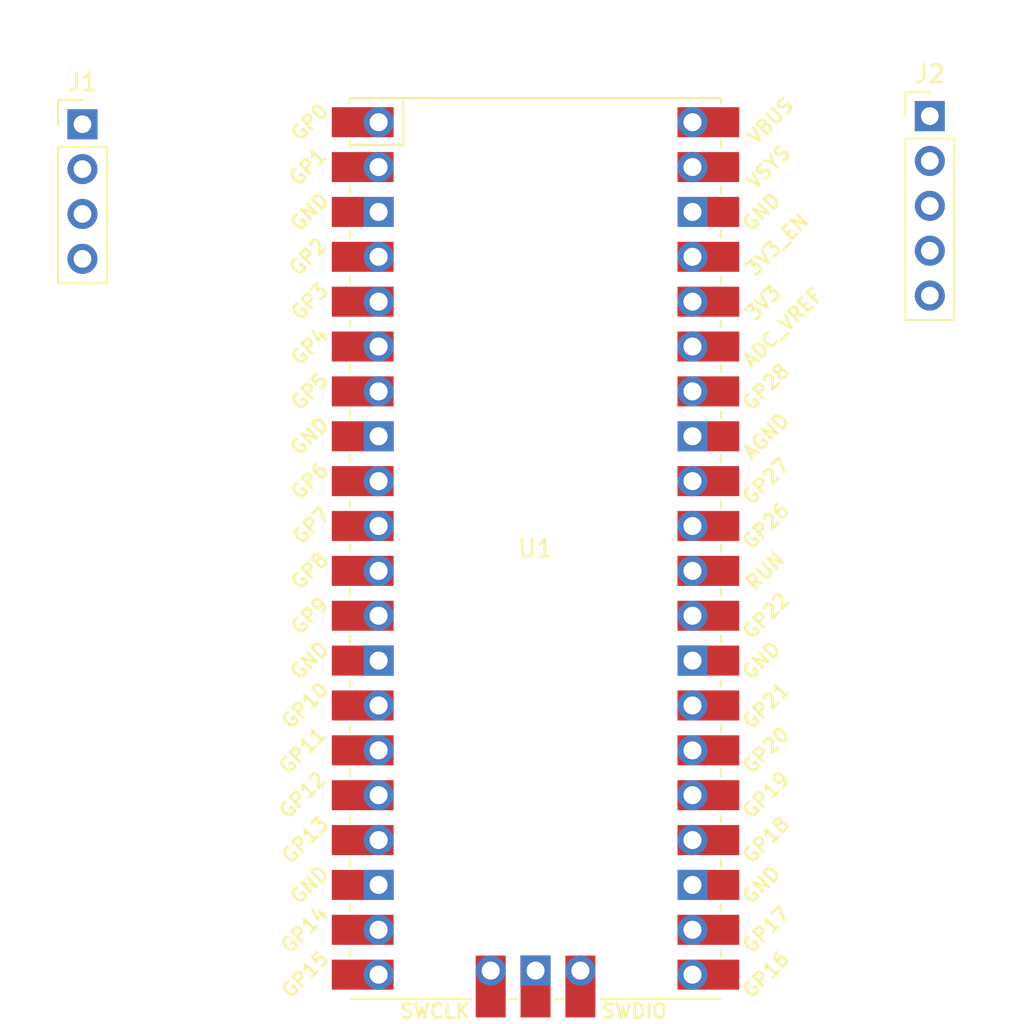
<source format=kicad_pcb>
(kicad_pcb (version 20241229) (generator "pcbnew") (generator_version "9.0")
  (layers (0 "F.Cu" signal) (2 "B.Cu" signal) (13 "F.Paste" user) (15 "B.Paste" user) (5 "F.SilkS" user "F.Silkscreen") (7 "B.SilkS" user "B.Silkscreen") (1 "F.Mask" user) (3 "B.Mask" user) (25 "Edge.Cuts" user))
  (net 0 "")
  (net 1 "+3V3")
  (net 2 "Net-(J1-Pin_4)")
  (net 3 "Net-(J1-Pin_3)")
  (net 4 "Net-(J2-Pin_3)")
  (net 5 "Net-(J2-Pin_4)")
  (net 6 "Net-(J2-Pin_5)")
  (net 29 "GND")
  (footprint "Connector_PinHeader_2.54mm:PinHeader_1x05_P2.54mm_Vertical" (layer "F.Cu") (at 968 140.42)
    (property "Reference" "J2" (at 0 -2.38 0) (layer "F.SilkS"))
    (property "Value" "Conn_01x05")
    (fp_line (start -1.38 -1.38) (end 0 -1.38) (stroke (width 0.12)) (layer "F.SilkS"))
    (fp_line (start -1.38 0) (end -1.38 -1.38) (stroke (width 0.12)) (layer "F.SilkS"))
    (fp_line (start -1.38 1.27) (end -1.38 11.54) (stroke (width 0.12)) (layer "F.SilkS"))
    (fp_line (start -1.38 1.27) (end 1.38 1.27) (stroke (width 0.12)) (layer "F.SilkS"))
    (fp_line (start -1.38 11.54) (end 1.38 11.54) (stroke (width 0.12)) (layer "F.SilkS"))
    (fp_line (start 1.38 1.27) (end 1.38 11.54) (stroke (width 0.12)) (layer "F.SilkS"))
    (pad "1" thru_hole rect (at 0 0) (size 1.7 1.7) (drill 1) (layers "*.Cu" "*.Mask") (net 1 "+3V3"))
    (pad "2" thru_hole circle (at 0 2.54) (size 1.7 1.7) (drill 1) (layers "*.Cu" "*.Mask") (net 1 "+3V3"))
    (pad "3" thru_hole circle (at 0 5.08) (size 1.7 1.7) (drill 1) (layers "*.Cu" "*.Mask") (net 4 "Net-(J2-Pin_3)"))
    (pad "4" thru_hole circle (at 0 7.62) (size 1.7 1.7) (drill 1) (layers "*.Cu" "*.Mask") (net 5 "Net-(J2-Pin_4)"))
    (pad "5" thru_hole circle (at 0 10.16) (size 1.7 1.7) (drill 1) (layers "*.Cu" "*.Mask") (net 6 "Net-(J2-Pin_5)"))
  )
  (footprint "MCU_RaspberryPi_and_Boards:RPi_Pico_SMD_TH" (layer "F.Cu") (at 945.665 164.895)
    (property "Reference" "U1" (at 0 0 0) (layer "F.SilkS"))
    (property "Value" "Pico")
    (fp_line (start -10.5 -25.5) (end -10.5 -25.2) (stroke (width 0.12)) (layer "F.SilkS"))
    (fp_line (start -10.5 -25.5) (end 10.5 -25.5) (stroke (width 0.12)) (layer "F.SilkS"))
    (fp_line (start -10.5 -23.1) (end -10.5 -22.7) (stroke (width 0.12)) (layer "F.SilkS"))
    (fp_line (start -10.5 -22.833) (end -7.493 -22.833) (stroke (width 0.12)) (layer "F.SilkS"))
    (fp_line (start -10.5 -20.5) (end -10.5 -20.1) (stroke (width 0.12)) (layer "F.SilkS"))
    (fp_line (start -10.5 -18) (end -10.5 -17.6) (stroke (width 0.12)) (layer "F.SilkS"))
    (fp_line (start -10.5 -15.4) (end -10.5 -15) (stroke (width 0.12)) (layer "F.SilkS"))
    (fp_line (start -10.5 -12.9) (end -10.5 -12.5) (stroke (width 0.12)) (layer "F.SilkS"))
    (fp_line (start -10.5 -10.4) (end -10.5 -10) (stroke (width 0.12)) (layer "F.SilkS"))
    (fp_line (start -10.5 -7.8) (end -10.5 -7.4) (stroke (width 0.12)) (layer "F.SilkS"))
    (fp_line (start -10.5 -5.3) (end -10.5 -4.9) (stroke (width 0.12)) (layer "F.SilkS"))
    (fp_line (start -10.5 -2.7) (end -10.5 -2.3) (stroke (width 0.12)) (layer "F.SilkS"))
    (fp_line (start -10.5 -0.2) (end -10.5 0.2) (stroke (width 0.12)) (layer "F.SilkS"))
    (fp_line (start -10.5 2.3) (end -10.5 2.7) (stroke (width 0.12)) (layer "F.SilkS"))
    (fp_line (start -10.5 4.9) (end -10.5 5.3) (stroke (width 0.12)) (layer "F.SilkS"))
    (fp_line (start -10.5 7.4) (end -10.5 7.8) (stroke (width 0.12)) (layer "F.SilkS"))
    (fp_line (start -10.5 10) (end -10.5 10.4) (stroke (width 0.12)) (layer "F.SilkS"))
    (fp_line (start -10.5 12.5) (end -10.5 12.9) (stroke (width 0.12)) (layer "F.SilkS"))
    (fp_line (start -10.5 15.1) (end -10.5 15.5) (stroke (width 0.12)) (layer "F.SilkS"))
    (fp_line (start -10.5 17.6) (end -10.5 18) (stroke (width 0.12)) (layer "F.SilkS"))
    (fp_line (start -10.5 20.1) (end -10.5 20.5) (stroke (width 0.12)) (layer "F.SilkS"))
    (fp_line (start -10.5 22.7) (end -10.5 23.1) (stroke (width 0.12)) (layer "F.SilkS"))
    (fp_line (start -7.493 -22.833) (end -7.493 -25.5) (stroke (width 0.12)) (layer "F.SilkS"))
    (fp_line (start -3.7 25.5) (end -10.5 25.5) (stroke (width 0.12)) (layer "F.SilkS"))
    (fp_line (start -1.5 25.5) (end -1.1 25.5) (stroke (width 0.12)) (layer "F.SilkS"))
    (fp_line (start 1.1 25.5) (end 1.5 25.5) (stroke (width 0.12)) (layer "F.SilkS"))
    (fp_line (start 10.5 -25.5) (end 10.5 -25.2) (stroke (width 0.12)) (layer "F.SilkS"))
    (fp_line (start 10.5 -23.1) (end 10.5 -22.7) (stroke (width 0.12)) (layer "F.SilkS"))
    (fp_line (start 10.5 -20.5) (end 10.5 -20.1) (stroke (width 0.12)) (layer "F.SilkS"))
    (fp_line (start 10.5 -18) (end 10.5 -17.6) (stroke (width 0.12)) (layer "F.SilkS"))
    (fp_line (start 10.5 -15.4) (end 10.5 -15) (stroke (width 0.12)) (layer "F.SilkS"))
    (fp_line (start 10.5 -12.9) (end 10.5 -12.5) (stroke (width 0.12)) (layer "F.SilkS"))
    (fp_line (start 10.5 -10.4) (end 10.5 -10) (stroke (width 0.12)) (layer "F.SilkS"))
    (fp_line (start 10.5 -7.8) (end 10.5 -7.4) (stroke (width 0.12)) (layer "F.SilkS"))
    (fp_line (start 10.5 -5.3) (end 10.5 -4.9) (stroke (width 0.12)) (layer "F.SilkS"))
    (fp_line (start 10.5 -2.7) (end 10.5 -2.3) (stroke (width 0.12)) (layer "F.SilkS"))
    (fp_line (start 10.5 -0.2) (end 10.5 0.2) (stroke (width 0.12)) (layer "F.SilkS"))
    (fp_line (start 10.5 2.3) (end 10.5 2.7) (stroke (width 0.12)) (layer "F.SilkS"))
    (fp_line (start 10.5 4.9) (end 10.5 5.3) (stroke (width 0.12)) (layer "F.SilkS"))
    (fp_line (start 10.5 7.4) (end 10.5 7.8) (stroke (width 0.12)) (layer "F.SilkS"))
    (fp_line (start 10.5 10) (end 10.5 10.4) (stroke (width 0.12)) (layer "F.SilkS"))
    (fp_line (start 10.5 12.5) (end 10.5 12.9) (stroke (width 0.12)) (layer "F.SilkS"))
    (fp_line (start 10.5 15.1) (end 10.5 15.5) (stroke (width 0.12)) (layer "F.SilkS"))
    (fp_line (start 10.5 17.6) (end 10.5 18) (stroke (width 0.12)) (layer "F.SilkS"))
    (fp_line (start 10.5 20.1) (end 10.5 20.5) (stroke (width 0.12)) (layer "F.SilkS"))
    (fp_line (start 10.5 22.7) (end 10.5 23.1) (stroke (width 0.12)) (layer "F.SilkS"))
    (fp_line (start 10.5 25.5) (end 3.7 25.5) (stroke (width 0.12)) (layer "F.SilkS"))
    (fp_text user "GP1" (at -12.9 -21.6 45) (layer "F.SilkS") (effects (font (size 0.8 0.8))))
    (fp_text user "GP22" (at 13.054 3.81 45) (layer "F.SilkS") (effects (font (size 0.8 0.8))))
    (fp_text user "GP5" (at -12.8 -8.89 45) (layer "F.SilkS") (effects (font (size 0.8 0.8))))
    (fp_text user "GP11" (at -13.2 11.43 45) (layer "F.SilkS") (effects (font (size 0.8 0.8))))
    (fp_text user "GND" (at -12.8 -6.35 45) (layer "F.SilkS") (effects (font (size 0.8 0.8))))
    (fp_text user "RUN" (at 13 1.27 45) (layer "F.SilkS") (effects (font (size 0.8 0.8))))
    (fp_text user "SWDIO" (at 5.6 26.2 0) (layer "F.SilkS") (effects (font (size 0.8 0.8))))
    (fp_text user "GND" (at -12.8 6.35 45) (layer "F.SilkS") (effects (font (size 0.8 0.8))))
    (fp_text user "GND" (at 12.8 -19.05 45) (layer "F.SilkS") (effects (font (size 0.8 0.8))))
    (fp_text user "GP9" (at -12.8 3.81 45) (layer "F.SilkS") (effects (font (size 0.8 0.8))))
    (fp_text user "GP15" (at -13.054 24.13 45) (layer "F.SilkS") (effects (font (size 0.8 0.8))))
    (fp_text user "GP6" (at -12.8 -3.81 45) (layer "F.SilkS") (effects (font (size 0.8 0.8))))
    (fp_text user "GP3" (at -12.8 -13.97 45) (layer "F.SilkS") (effects (font (size 0.8 0.8))))
    (fp_text user "GP21" (at 13.054 8.9 45) (layer "F.SilkS") (effects (font (size 0.8 0.8))))
    (fp_text user "GP19" (at 13.054 13.97 45) (layer "F.SilkS") (effects (font (size 0.8 0.8))))
    (fp_text user "GP27" (at 13.054 -3.8 45) (layer "F.SilkS") (effects (font (size 0.8 0.8))))
    (fp_text user "3V3_EN" (at 13.7 -17.2 45) (layer "F.SilkS") (effects (font (size 0.8 0.8))))
    (fp_text user "GP7" (at -12.7 -1.3 45) (layer "F.SilkS") (effects (font (size 0.8 0.8))))
    (fp_text user "GP0" (at -12.8 -24.13 45) (layer "F.SilkS") (effects (font (size 0.8 0.8))))
    (fp_text user "GP10" (at -13.054 8.89 45) (layer "F.SilkS") (effects (font (size 0.8 0.8))))
    (fp_text user "GP28" (at 13.054 -9.144 45) (layer "F.SilkS") (effects (font (size 0.8 0.8))))
    (fp_text user "GP18" (at 13.054 16.51 45) (layer "F.SilkS") (effects (font (size 0.8 0.8))))
    (fp_text user "GND" (at 12.8 6.35 45) (layer "F.SilkS") (effects (font (size 0.8 0.8))))
    (fp_text user "GP17" (at 13.054 21.59 45) (layer "F.SilkS") (effects (font (size 0.8 0.8))))
    (fp_text user "GP14" (at -13.1 21.59 45) (layer "F.SilkS") (effects (font (size 0.8 0.8))))
    (fp_text user "ADC_VREF" (at 14 -12.5 45) (layer "F.SilkS") (effects (font (size 0.8 0.8))))
    (fp_text user "GND" (at -12.8 19.05 45) (layer "F.SilkS") (effects (font (size 0.8 0.8))))
    (fp_text user "GP26" (at 13.054 -1.27 45) (layer "F.SilkS") (effects (font (size 0.8 0.8))))
    (fp_text user "GND" (at -12.8 -19.05 45) (layer "F.SilkS") (effects (font (size 0.8 0.8))))
    (fp_text user "GP8" (at -12.8 1.27 45) (layer "F.SilkS") (effects (font (size 0.8 0.8))))
    (fp_text user "VBUS" (at 13.3 -24.2 45) (layer "F.SilkS") (effects (font (size 0.8 0.8))))
    (fp_text user "GP4" (at -12.8 -11.43 45) (layer "F.SilkS") (effects (font (size 0.8 0.8))))
    (fp_text user "GND" (at 12.8 19.05 45) (layer "F.SilkS") (effects (font (size 0.8 0.8))))
    (fp_text user "GP20" (at 13.054 11.43 45) (layer "F.SilkS") (effects (font (size 0.8 0.8))))
    (fp_text user "GP16" (at 13.054 24.13 45) (layer "F.SilkS") (effects (font (size 0.8 0.8))))
    (fp_text user "GP13" (at -13.054 16.51 45) (layer "F.SilkS") (effects (font (size 0.8 0.8))))
    (fp_text user "GP12" (at -13.2 13.97 45) (layer "F.SilkS") (effects (font (size 0.8 0.8))))
    (fp_text user "3V3" (at 12.9 -13.9 45) (layer "F.SilkS") (effects (font (size 0.8 0.8))))
    (fp_text user "GP2" (at -12.9 -16.51 45) (layer "F.SilkS") (effects (font (size 0.8 0.8))))
    (fp_text user "AGND" (at 13.054 -6.35 45) (layer "F.SilkS") (effects (font (size 0.8 0.8))))
    (fp_text user "VSYS" (at 13.2 -21.59 45) (layer "F.SilkS") (effects (font (size 0.8 0.8))))
    (fp_text user "SWCLK" (at -5.7 26.2 0) (layer "F.SilkS") (effects (font (size 0.8 0.8))))
    (pad "" np_thru_hole oval (at -2.725 -24) (size 1.8 1.8) (drill 1.8) (layers "*.Cu" "*.Mask"))
    (pad "" np_thru_hole oval (at -2.425 -20.97) (size 1.5 1.5) (drill 1.5) (layers "*.Cu" "*.Mask"))
    (pad "" np_thru_hole oval (at 2.425 -20.97) (size 1.5 1.5) (drill 1.5) (layers "*.Cu" "*.Mask"))
    (pad "" np_thru_hole oval (at 2.725 -24) (size 1.8 1.8) (drill 1.8) (layers "*.Cu" "*.Mask"))
    (pad "1" thru_hole oval (at -8.89 -24.13) (size 1.7 1.7) (drill 1.02) (layers "*.Cu" "*.Mask") (net 3 "Net-(J1-Pin_3)"))
    (pad "1" smd rect (at -8.89 -24.13) (size 3.5 1.7) (drill (offset -0.9 0)) (layers "F.Cu" "F.Mask") (net 3 "Net-(J1-Pin_3)"))
    (pad "2" thru_hole oval (at -8.89 -21.59) (size 1.7 1.7) (drill 1.02) (layers "*.Cu" "*.Mask") (net 2 "Net-(J1-Pin_4)"))
    (pad "2" smd rect (at -8.89 -21.59) (size 3.5 1.7) (drill (offset -0.9 0)) (layers "F.Cu" "F.Mask") (net 2 "Net-(J1-Pin_4)"))
    (pad "3" thru_hole rect (at -8.89 -19.05) (size 1.7 1.7) (drill 1.02) (layers "*.Cu" "*.Mask") (net 29 "GND"))
    (pad "3" smd rect (at -8.89 -19.05) (size 3.5 1.7) (drill (offset -0.9 0)) (layers "F.Cu" "F.Mask") (net 29 "GND"))
    (pad "4" thru_hole oval (at -8.89 -16.51) (size 1.7 1.7) (drill 1.02) (layers "*.Cu" "*.Mask"))
    (pad "4" smd rect (at -8.89 -16.51) (size 3.5 1.7) (drill (offset -0.9 0)) (layers "F.Cu" "F.Mask"))
    (pad "5" thru_hole oval (at -8.89 -13.97) (size 1.7 1.7) (drill 1.02) (layers "*.Cu" "*.Mask"))
    (pad "5" smd rect (at -8.89 -13.97) (size 3.5 1.7) (drill (offset -0.9 0)) (layers "F.Cu" "F.Mask"))
    (pad "6" thru_hole oval (at -8.89 -11.43) (size 1.7 1.7) (drill 1.02) (layers "*.Cu" "*.Mask"))
    (pad "6" smd rect (at -8.89 -11.43) (size 3.5 1.7) (drill (offset -0.9 0)) (layers "F.Cu" "F.Mask"))
    (pad "7" thru_hole oval (at -8.89 -8.89) (size 1.7 1.7) (drill 1.02) (layers "*.Cu" "*.Mask"))
    (pad "7" smd rect (at -8.89 -8.89) (size 3.5 1.7) (drill (offset -0.9 0)) (layers "F.Cu" "F.Mask"))
    (pad "8" thru_hole rect (at -8.89 -6.35) (size 1.7 1.7) (drill 1.02) (layers "*.Cu" "*.Mask"))
    (pad "8" smd rect (at -8.89 -6.35) (size 3.5 1.7) (drill (offset -0.9 0)) (layers "F.Cu" "F.Mask"))
    (pad "9" thru_hole oval (at -8.89 -3.81) (size 1.7 1.7) (drill 1.02) (layers "*.Cu" "*.Mask"))
    (pad "9" smd rect (at -8.89 -3.81) (size 3.5 1.7) (drill (offset -0.9 0)) (layers "F.Cu" "F.Mask"))
    (pad "10" thru_hole oval (at -8.89 -1.27) (size 1.7 1.7) (drill 1.02) (layers "*.Cu" "*.Mask"))
    (pad "10" smd rect (at -8.89 -1.27) (size 3.5 1.7) (drill (offset -0.9 0)) (layers "F.Cu" "F.Mask"))
    (pad "11" thru_hole oval (at -8.89 1.27) (size 1.7 1.7) (drill 1.02) (layers "*.Cu" "*.Mask"))
    (pad "11" smd rect (at -8.89 1.27) (size 3.5 1.7) (drill (offset -0.9 0)) (layers "F.Cu" "F.Mask"))
    (pad "12" thru_hole oval (at -8.89 3.81) (size 1.7 1.7) (drill 1.02) (layers "*.Cu" "*.Mask"))
    (pad "12" smd rect (at -8.89 3.81) (size 3.5 1.7) (drill (offset -0.9 0)) (layers "F.Cu" "F.Mask"))
    (pad "13" thru_hole rect (at -8.89 6.35) (size 1.7 1.7) (drill 1.02) (layers "*.Cu" "*.Mask"))
    (pad "13" smd rect (at -8.89 6.35) (size 3.5 1.7) (drill (offset -0.9 0)) (layers "F.Cu" "F.Mask"))
    (pad "14" thru_hole oval (at -8.89 8.89) (size 1.7 1.7) (drill 1.02) (layers "*.Cu" "*.Mask"))
    (pad "14" smd rect (at -8.89 8.89) (size 3.5 1.7) (drill (offset -0.9 0)) (layers "F.Cu" "F.Mask"))
    (pad "15" thru_hole oval (at -8.89 11.43) (size 1.7 1.7) (drill 1.02) (layers "*.Cu" "*.Mask"))
    (pad "15" smd rect (at -8.89 11.43) (size 3.5 1.7) (drill (offset -0.9 0)) (layers "F.Cu" "F.Mask"))
    (pad "16" thru_hole oval (at -8.89 13.97) (size 1.7 1.7) (drill 1.02) (layers "*.Cu" "*.Mask"))
    (pad "16" smd rect (at -8.89 13.97) (size 3.5 1.7) (drill (offset -0.9 0)) (layers "F.Cu" "F.Mask"))
    (pad "17" thru_hole oval (at -8.89 16.51) (size 1.7 1.7) (drill 1.02) (layers "*.Cu" "*.Mask"))
    (pad "17" smd rect (at -8.89 16.51) (size 3.5 1.7) (drill (offset -0.9 0)) (layers "F.Cu" "F.Mask"))
    (pad "18" thru_hole rect (at -8.89 19.05) (size 1.7 1.7) (drill 1.02) (layers "*.Cu" "*.Mask"))
    (pad "18" smd rect (at -8.89 19.05) (size 3.5 1.7) (drill (offset -0.9 0)) (layers "F.Cu" "F.Mask"))
    (pad "19" thru_hole oval (at -8.89 21.59) (size 1.7 1.7) (drill 1.02) (layers "*.Cu" "*.Mask"))
    (pad "19" smd rect (at -8.89 21.59) (size 3.5 1.7) (drill (offset -0.9 0)) (layers "F.Cu" "F.Mask"))
    (pad "20" thru_hole oval (at -8.89 24.13) (size 1.7 1.7) (drill 1.02) (layers "*.Cu" "*.Mask"))
    (pad "20" smd rect (at -8.89 24.13) (size 3.5 1.7) (drill (offset -0.9 0)) (layers "F.Cu" "F.Mask"))
    (pad "21" thru_hole oval (at 8.89 24.13) (size 1.7 1.7) (drill 1.02) (layers "*.Cu" "*.Mask"))
    (pad "21" smd rect (at 8.89 24.13) (size 3.5 1.7) (drill (offset 0.9 0)) (layers "F.Cu" "F.Mask"))
    (pad "22" thru_hole oval (at 8.89 21.59) (size 1.7 1.7) (drill 1.02) (layers "*.Cu" "*.Mask"))
    (pad "22" smd rect (at 8.89 21.59) (size 3.5 1.7) (drill (offset 0.9 0)) (layers "F.Cu" "F.Mask"))
    (pad "23" thru_hole rect (at 8.89 19.05) (size 1.7 1.7) (drill 1.02) (layers "*.Cu" "*.Mask"))
    (pad "23" smd rect (at 8.89 19.05) (size 3.5 1.7) (drill (offset 0.9 0)) (layers "F.Cu" "F.Mask"))
    (pad "24" thru_hole oval (at 8.89 16.51) (size 1.7 1.7) (drill 1.02) (layers "*.Cu" "*.Mask"))
    (pad "24" smd rect (at 8.89 16.51) (size 3.5 1.7) (drill (offset 0.9 0)) (layers "F.Cu" "F.Mask"))
    (pad "25" thru_hole oval (at 8.89 13.97) (size 1.7 1.7) (drill 1.02) (layers "*.Cu" "*.Mask"))
    (pad "25" smd rect (at 8.89 13.97) (size 3.5 1.7) (drill (offset 0.9 0)) (layers "F.Cu" "F.Mask"))
    (pad "26" thru_hole oval (at 8.89 11.43) (size 1.7 1.7) (drill 1.02) (layers "*.Cu" "*.Mask"))
    (pad "26" smd rect (at 8.89 11.43) (size 3.5 1.7) (drill (offset 0.9 0)) (layers "F.Cu" "F.Mask"))
    (pad "27" thru_hole oval (at 8.89 8.89) (size 1.7 1.7) (drill 1.02) (layers "*.Cu" "*.Mask"))
    (pad "27" smd rect (at 8.89 8.89) (size 3.5 1.7) (drill (offset 0.9 0)) (layers "F.Cu" "F.Mask"))
    (pad "28" thru_hole rect (at 8.89 6.35) (size 1.7 1.7) (drill 1.02) (layers "*.Cu" "*.Mask"))
    (pad "28" smd rect (at 8.89 6.35) (size 3.5 1.7) (drill (offset 0.9 0)) (layers "F.Cu" "F.Mask"))
    (pad "29" thru_hole oval (at 8.89 3.81) (size 1.7 1.7) (drill 1.02) (layers "*.Cu" "*.Mask") (net 6 "Net-(J2-Pin_5)"))
    (pad "29" smd rect (at 8.89 3.81) (size 3.5 1.7) (drill (offset 0.9 0)) (layers "F.Cu" "F.Mask") (net 6 "Net-(J2-Pin_5)"))
    (pad "30" thru_hole oval (at 8.89 1.27) (size 1.7 1.7) (drill 1.02) (layers "*.Cu" "*.Mask"))
    (pad "30" smd rect (at 8.89 1.27) (size 3.5 1.7) (drill (offset 0.9 0)) (layers "F.Cu" "F.Mask"))
    (pad "31" thru_hole oval (at 8.89 -1.27) (size 1.7 1.7) (drill 1.02) (layers "*.Cu" "*.Mask") (net 4 "Net-(J2-Pin_3)"))
    (pad "31" smd rect (at 8.89 -1.27) (size 3.5 1.7) (drill (offset 0.9 0)) (layers "F.Cu" "F.Mask") (net 4 "Net-(J2-Pin_3)"))
    (pad "32" thru_hole oval (at 8.89 -3.81) (size 1.7 1.7) (drill 1.02) (layers "*.Cu" "*.Mask") (net 5 "Net-(J2-Pin_4)"))
    (pad "32" smd rect (at 8.89 -3.81) (size 3.5 1.7) (drill (offset 0.9 0)) (layers "F.Cu" "F.Mask") (net 5 "Net-(J2-Pin_4)"))
    (pad "33" thru_hole rect (at 8.89 -6.35) (size 1.7 1.7) (drill 1.02) (layers "*.Cu" "*.Mask"))
    (pad "33" smd rect (at 8.89 -6.35) (size 3.5 1.7) (drill (offset 0.9 0)) (layers "F.Cu" "F.Mask"))
    (pad "34" thru_hole oval (at 8.89 -8.89) (size 1.7 1.7) (drill 1.02) (layers "*.Cu" "*.Mask"))
    (pad "34" smd rect (at 8.89 -8.89) (size 3.5 1.7) (drill (offset 0.9 0)) (layers "F.Cu" "F.Mask"))
    (pad "35" thru_hole oval (at 8.89 -11.43) (size 1.7 1.7) (drill 1.02) (layers "*.Cu" "*.Mask"))
    (pad "35" smd rect (at 8.89 -11.43) (size 3.5 1.7) (drill (offset 0.9 0)) (layers "F.Cu" "F.Mask"))
    (pad "36" thru_hole oval (at 8.89 -13.97) (size 1.7 1.7) (drill 1.02) (layers "*.Cu" "*.Mask") (net 1 "+3V3"))
    (pad "36" smd rect (at 8.89 -13.97) (size 3.5 1.7) (drill (offset 0.9 0)) (layers "F.Cu" "F.Mask") (net 1 "+3V3"))
    (pad "37" thru_hole oval (at 8.89 -16.51) (size 1.7 1.7) (drill 1.02) (layers "*.Cu" "*.Mask") (net 1 "+3V3"))
    (pad "37" smd rect (at 8.89 -16.51) (size 3.5 1.7) (drill (offset 0.9 0)) (layers "F.Cu" "F.Mask") (net 1 "+3V3"))
    (pad "38" thru_hole rect (at 8.89 -19.05) (size 1.7 1.7) (drill 1.02) (layers "*.Cu" "*.Mask") (net 1 "+3V3"))
    (pad "38" smd rect (at 8.89 -19.05) (size 3.5 1.7) (drill (offset 0.9 0)) (layers "F.Cu" "F.Mask") (net 1 "+3V3"))
    (pad "39" thru_hole oval (at 8.89 -21.59) (size 1.7 1.7) (drill 1.02) (layers "*.Cu" "*.Mask"))
    (pad "39" smd rect (at 8.89 -21.59) (size 3.5 1.7) (drill (offset 0.9 0)) (layers "F.Cu" "F.Mask"))
    (pad "40" thru_hole oval (at 8.89 -24.13) (size 1.7 1.7) (drill 1.02) (layers "*.Cu" "*.Mask"))
    (pad "40" smd rect (at 8.89 -24.13) (size 3.5 1.7) (drill (offset 0.9 0)) (layers "F.Cu" "F.Mask"))
    (pad "41" thru_hole oval (at -2.54 23.9) (size 1.7 1.7) (drill 1.02) (layers "*.Cu" "*.Mask"))
    (pad "41" smd rect (at -2.54 23.9 90) (size 3.5 1.7) (drill (offset -0.9 0)) (layers "F.Cu" "F.Mask"))
    (pad "42" thru_hole rect (at 0 23.9) (size 1.7 1.7) (drill 1.02) (layers "*.Cu" "*.Mask"))
    (pad "42" smd rect (at 0 23.9 90) (size 3.5 1.7) (drill (offset -0.9 0)) (layers "F.Cu" "F.Mask"))
    (pad "43" thru_hole oval (at 2.54 23.9) (size 1.7 1.7) (drill 1.02) (layers "*.Cu" "*.Mask"))
    (pad "43" smd rect (at 2.54 23.9 90) (size 3.5 1.7) (drill (offset -0.9 0)) (layers "F.Cu" "F.Mask"))
  )
  (footprint "Connector_PinHeader_2.54mm:PinHeader_1x04_P2.54mm_Vertical" (layer "F.Cu") (at 920 140.88)
    (property "Reference" "J1" (at 0 -2.38 0) (layer "F.SilkS"))
    (property "Value" "Conn_01x04")
    (fp_line (start -1.38 -1.38) (end 0 -1.38) (stroke (width 0.12)) (layer "F.SilkS"))
    (fp_line (start -1.38 0) (end -1.38 -1.38) (stroke (width 0.12)) (layer "F.SilkS"))
    (fp_line (start -1.38 1.27) (end -1.38 9) (stroke (width 0.12)) (layer "F.SilkS"))
    (fp_line (start -1.38 1.27) (end 1.38 1.27) (stroke (width 0.12)) (layer "F.SilkS"))
    (fp_line (start -1.38 9) (end 1.38 9) (stroke (width 0.12)) (layer "F.SilkS"))
    (fp_line (start 1.38 1.27) (end 1.38 9) (stroke (width 0.12)) (layer "F.SilkS"))
    (pad "1" thru_hole rect (at 0 0) (size 1.7 1.7) (drill 1) (layers "*.Cu" "*.Mask") (net 1 "+3V3"))
    (pad "2" thru_hole circle (at 0 2.54) (size 1.7 1.7) (drill 1) (layers "*.Cu" "*.Mask") (net 1 "+3V3"))
    (pad "3" thru_hole circle (at 0 5.08) (size 1.7 1.7) (drill 1) (layers "*.Cu" "*.Mask") (net 3 "Net-(J1-Pin_3)"))
    (pad "4" thru_hole circle (at 0 7.62) (size 1.7 1.7) (drill 1) (layers "*.Cu" "*.Mask") (net 2 "Net-(J1-Pin_4)"))
  )
)
</source>
